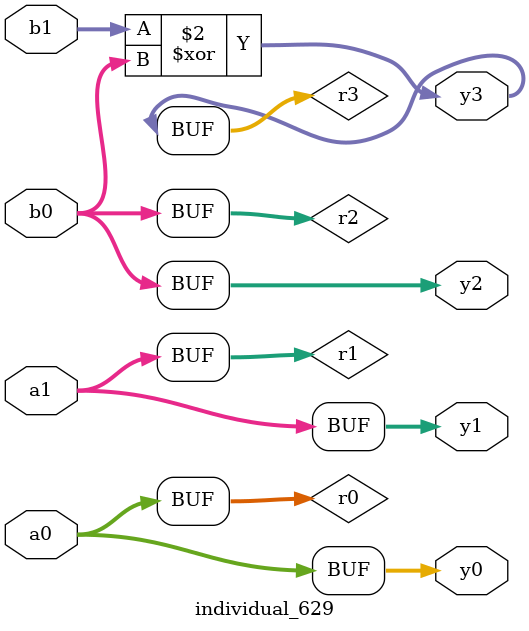
<source format=sv>
module individual_629(input logic [15:0] a1, input logic [15:0] a0, input logic [15:0] b1, input logic [15:0] b0, output logic [15:0] y3, output logic [15:0] y2, output logic [15:0] y1, output logic [15:0] y0);
logic [15:0] r0, r1, r2, r3; 
 always@(*) begin 
	 r0 = a0; r1 = a1; r2 = b0; r3 = b1; 
 	 r3  ^=  r2 ;
 	 y3 = r3; y2 = r2; y1 = r1; y0 = r0; 
end
endmodule
</source>
